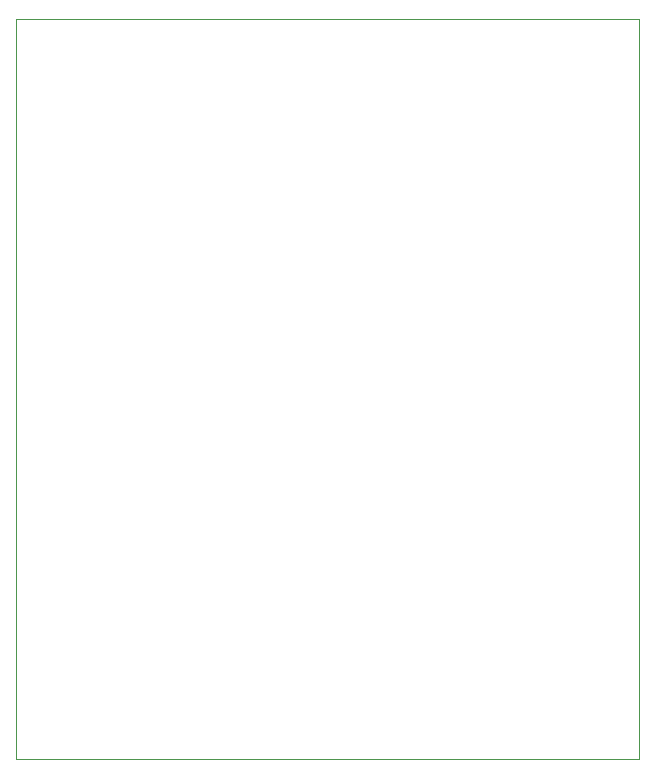
<source format=gbp>
G75*
%MOIN*%
%OFA0B0*%
%FSLAX25Y25*%
%IPPOS*%
%LPD*%
%AMOC8*
5,1,8,0,0,1.08239X$1,22.5*
%
%ADD10C,0.00000*%
D10*
X0077633Y0074700D02*
X0077633Y0321661D01*
X0285334Y0321661D01*
X0285334Y0074700D01*
X0077633Y0074700D01*
M02*

</source>
